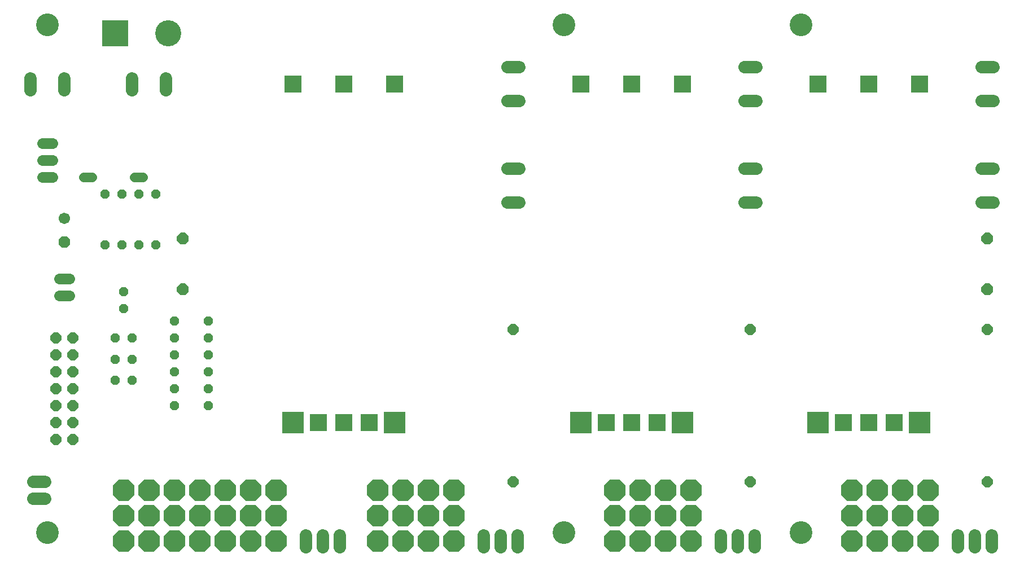
<source format=gbs>
G75*
%MOIN*%
%OFA0B0*%
%FSLAX25Y25*%
%IPPOS*%
%LPD*%
%AMOC8*
5,1,8,0,0,1.08239X$1,22.5*
%
%ADD10C,0.07450*%
%ADD11C,0.13400*%
%ADD12OC8,0.05600*%
%ADD13C,0.06400*%
%ADD14R,0.09849X0.09849*%
%ADD15R,0.13061X0.13061*%
%ADD16OC8,0.07000*%
%ADD17OC8,0.06400*%
%ADD18OC8,0.12900*%
%ADD19R,0.15400X0.15400*%
%ADD20C,0.15400*%
%ADD21C,0.07487*%
%ADD22C,0.05600*%
%ADD23OC8,0.06700*%
%ADD24C,0.06700*%
D10*
X0561475Y0505000D02*
X0568525Y0505000D01*
X0568525Y0525000D02*
X0561475Y0525000D01*
X0561475Y0565000D02*
X0568525Y0565000D01*
X0568525Y0585000D02*
X0561475Y0585000D01*
X0701475Y0585000D02*
X0708525Y0585000D01*
X0708525Y0565000D02*
X0701475Y0565000D01*
X0701475Y0525000D02*
X0708525Y0525000D01*
X0708525Y0505000D02*
X0701475Y0505000D01*
X0841475Y0505000D02*
X0848525Y0505000D01*
X0848525Y0525000D02*
X0841475Y0525000D01*
X0841475Y0565000D02*
X0848525Y0565000D01*
X0848525Y0585000D02*
X0841475Y0585000D01*
X0360000Y0578525D02*
X0360000Y0571475D01*
X0340000Y0571475D02*
X0340000Y0578525D01*
X0300000Y0578525D02*
X0300000Y0571475D01*
X0280000Y0571475D02*
X0280000Y0578525D01*
D11*
X0290000Y0610000D03*
X0595000Y0610000D03*
X0735000Y0610000D03*
X0735000Y0310000D03*
X0595000Y0310000D03*
X0290000Y0310000D03*
D12*
X0365000Y0385000D03*
X0365000Y0395000D03*
X0365000Y0405000D03*
X0365000Y0415000D03*
X0365000Y0425000D03*
X0365000Y0435000D03*
X0385000Y0435000D03*
X0385000Y0425000D03*
X0385000Y0415000D03*
X0385000Y0405000D03*
X0385000Y0395000D03*
X0385000Y0385000D03*
X0340000Y0400000D03*
X0330000Y0400000D03*
X0330000Y0412500D03*
X0340000Y0412500D03*
X0340000Y0425000D03*
X0330000Y0425000D03*
X0335000Y0442500D03*
X0335000Y0452500D03*
X0333750Y0480000D03*
X0323750Y0480000D03*
X0343750Y0480000D03*
X0353750Y0480000D03*
X0353750Y0510000D03*
X0343750Y0510000D03*
X0333750Y0510000D03*
X0323750Y0510000D03*
D13*
X0293000Y0520000D02*
X0287000Y0520000D01*
X0287000Y0530000D02*
X0293000Y0530000D01*
X0293000Y0540000D02*
X0287000Y0540000D01*
X0297000Y0460000D02*
X0303000Y0460000D01*
X0303000Y0450000D02*
X0297000Y0450000D01*
D14*
X0450000Y0375000D03*
X0465000Y0375000D03*
X0480000Y0375000D03*
X0620000Y0375000D03*
X0635000Y0375000D03*
X0650000Y0375000D03*
X0760000Y0375000D03*
X0775000Y0375000D03*
X0790000Y0375000D03*
X0775000Y0575000D03*
X0745000Y0575000D03*
X0805000Y0575000D03*
X0665000Y0575000D03*
X0635000Y0575000D03*
X0605000Y0575000D03*
X0495000Y0575000D03*
X0465000Y0575000D03*
X0435000Y0575000D03*
D15*
X0435000Y0375000D03*
X0495000Y0375000D03*
X0605000Y0375000D03*
X0665000Y0375000D03*
X0745000Y0375000D03*
X0805000Y0375000D03*
D16*
X0845000Y0453750D03*
X0845000Y0483750D03*
X0370000Y0483750D03*
X0370000Y0453750D03*
D17*
X0305000Y0425000D03*
X0305000Y0415000D03*
X0305000Y0405000D03*
X0305000Y0395000D03*
X0295000Y0395000D03*
X0295000Y0405000D03*
X0295000Y0415000D03*
X0295000Y0425000D03*
X0295000Y0385000D03*
X0295000Y0375000D03*
X0295000Y0365000D03*
X0305000Y0365000D03*
X0305000Y0375000D03*
X0305000Y0385000D03*
X0565000Y0340000D03*
X0565000Y0430000D03*
X0705000Y0430000D03*
X0705000Y0340000D03*
X0845000Y0340000D03*
X0845000Y0430000D03*
D18*
X0335000Y0305000D03*
X0350000Y0305000D03*
X0365000Y0305000D03*
X0365000Y0320000D03*
X0350000Y0320000D03*
X0335000Y0320000D03*
X0335000Y0335000D03*
X0350000Y0335000D03*
X0365000Y0335000D03*
X0380000Y0335000D03*
X0395000Y0335000D03*
X0395000Y0320000D03*
X0380000Y0320000D03*
X0380000Y0305000D03*
X0395000Y0305000D03*
X0410000Y0305000D03*
X0425000Y0305000D03*
X0425000Y0320000D03*
X0410000Y0320000D03*
X0410000Y0335000D03*
X0425000Y0335000D03*
X0485000Y0335000D03*
X0485000Y0320000D03*
X0485000Y0305000D03*
X0500000Y0305000D03*
X0515000Y0305000D03*
X0530000Y0305000D03*
X0530000Y0320000D03*
X0515000Y0320000D03*
X0500000Y0320000D03*
X0500000Y0335000D03*
X0515000Y0335000D03*
X0530000Y0335000D03*
X0625000Y0335000D03*
X0640000Y0335000D03*
X0640000Y0320000D03*
X0625000Y0320000D03*
X0625000Y0305000D03*
X0640000Y0305000D03*
X0655000Y0305000D03*
X0670000Y0305000D03*
X0670000Y0320000D03*
X0655000Y0320000D03*
X0655000Y0335000D03*
X0670000Y0335000D03*
X0765000Y0335000D03*
X0780000Y0335000D03*
X0795000Y0335000D03*
X0795000Y0320000D03*
X0780000Y0320000D03*
X0765000Y0320000D03*
X0765000Y0305000D03*
X0780000Y0305000D03*
X0795000Y0305000D03*
X0810000Y0305000D03*
X0810000Y0320000D03*
X0810000Y0335000D03*
D19*
X0330000Y0605000D03*
D20*
X0361047Y0605000D03*
D21*
X0288543Y0340000D02*
X0281457Y0340000D01*
X0281457Y0330000D02*
X0288543Y0330000D01*
X0442500Y0308543D02*
X0442500Y0301457D01*
X0452500Y0301457D02*
X0452500Y0308543D01*
X0462500Y0308543D02*
X0462500Y0301457D01*
X0547500Y0301457D02*
X0547500Y0308543D01*
X0557500Y0308543D02*
X0557500Y0301457D01*
X0567500Y0301457D02*
X0567500Y0308543D01*
X0687500Y0308543D02*
X0687500Y0301457D01*
X0697500Y0301457D02*
X0697500Y0308543D01*
X0707500Y0308543D02*
X0707500Y0301457D01*
X0827500Y0301457D02*
X0827500Y0308543D01*
X0837500Y0308543D02*
X0837500Y0301457D01*
X0847500Y0301457D02*
X0847500Y0308543D01*
D22*
X0346350Y0520000D02*
X0341150Y0520000D01*
X0316350Y0520000D02*
X0311150Y0520000D01*
D23*
X0300000Y0481750D03*
D24*
X0300000Y0495750D03*
M02*

</source>
